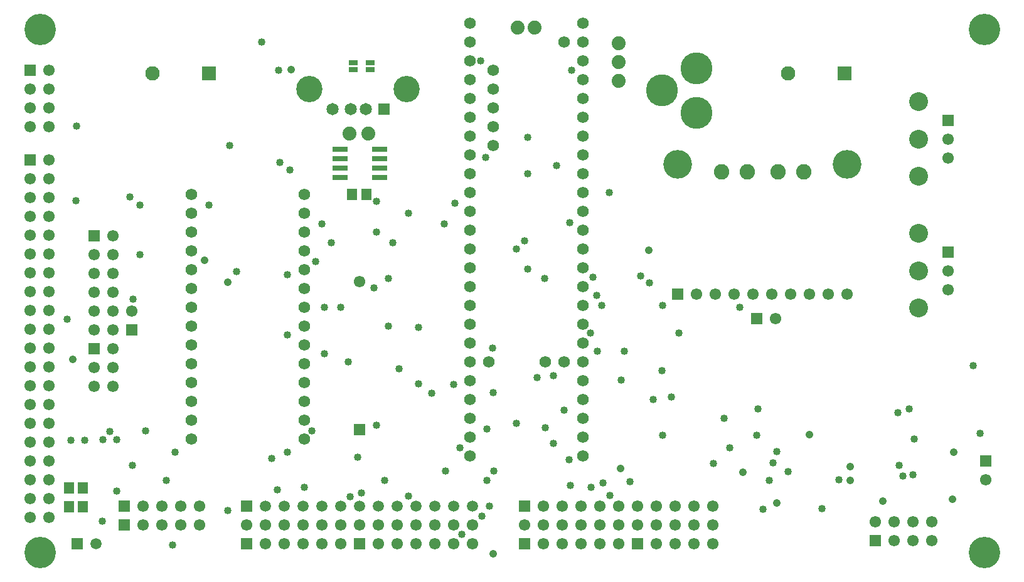
<source format=gbs>
G04 DipTrace 3.3.1.3*
G04 T4RA8875TouchShieldcastellatedV02.gbs*
%MOIN*%
G04 #@! TF.FileFunction,Soldermask,Bot*
G04 #@! TF.Part,Single*
%ADD26R,0.059055X0.059055*%
%ADD27C,0.059055*%
%ADD28C,0.17*%
%ADD32C,0.074*%
%ADD35C,0.1*%
%ADD41R,0.05X0.025*%
%ADD44C,0.06194*%
%ADD48C,0.074*%
%ADD56C,0.04*%
%ADD69C,0.167*%
%ADD71C,0.042*%
%ADD73C,0.139795*%
%ADD75C,0.064992*%
%ADD77R,0.064992X0.064992*%
%ADD81C,0.082*%
%ADD83C,0.152*%
%ADD87R,0.08074X0.025622*%
%ADD93C,0.076803*%
%ADD95R,0.076803X0.076803*%
%ADD117C,0.061055*%
%ADD119R,0.061055X0.061055*%
%ADD121R,0.053181X0.061055*%
%FSLAX26Y26*%
G04*
G70*
G90*
G75*
G01*
G04 BotMask*
%LPD*%
D71*
X2928700Y500700D3*
X5368700Y790700D3*
X1853700Y3075700D3*
X3753700Y2115700D3*
X4823700Y965700D3*
Y890700D3*
X4998700Y780700D3*
X4433700Y770700D3*
X4608700Y1135700D3*
X3603700Y955700D3*
X4253700Y935700D3*
X693700Y1535700D3*
X1518700Y1945700D3*
X1393700Y2060700D3*
X5373700Y1040700D3*
D69*
X521062Y508062D3*
X521932Y3287590D3*
X5536810Y508062D3*
Y3287590D3*
D56*
X4359881Y736960D3*
X4673700Y740700D3*
X3828700Y1130700D3*
X3824326Y1475700D3*
X3873700Y1335700D3*
X853700Y1108653D3*
X928503D3*
X683700Y1103653D3*
X758503D3*
X5513700Y1140700D3*
X5478700Y1500700D3*
X2350728Y891728D3*
X4433070Y1042613D3*
X4238700Y1810700D3*
X2888176Y2606172D3*
X3346200Y3070700D3*
X1192228Y891728D3*
X2908700Y755700D3*
X2896228Y891728D3*
X2308700Y2210700D3*
X2293700Y1915700D3*
X928700Y835700D3*
X2477669Y2310700D3*
X2476606Y807728D3*
X3653700Y885700D3*
X1983700Y2055700D3*
X2395669Y2153672D3*
X2066700D3*
X2118700Y1810700D3*
X1223082Y548200D3*
X2760794Y605444D3*
X2868700Y700700D3*
X1696653Y3220700D3*
X1786704Y3071291D3*
X2862672Y3120700D3*
X2599881Y1353676D3*
X2718700Y1399672D3*
X2725735Y2363672D3*
X1418294Y2355672D3*
X1050228D3*
Y2090700D3*
X1517409Y731228D3*
X1082231Y1153672D3*
X1965401D3*
X3246672Y1447672D3*
X1923700Y855700D3*
X4098700Y980700D3*
X3246672Y1087672D3*
X3050172Y1195672D3*
Y2120700D3*
X3160728Y1436200D3*
X2018700Y2255700D3*
X3333700Y2260700D3*
X3710700Y1977731D3*
X3458700Y1970700D3*
X1848700Y2540700D3*
X3265704Y2563672D3*
X3544535Y2420700D3*
X3548700Y810700D3*
X4763700Y895700D3*
X3109672Y2520700D3*
Y2715672D3*
X1528700Y2670700D3*
X998224Y2396645D3*
X1013700Y1855700D3*
X3758700Y1940228D3*
X4495987Y936113D3*
X2371704Y1965672D3*
Y1710700D3*
X3201700Y1965672D3*
X2030672Y1810700D3*
Y1563672D3*
X3625700Y1577700D3*
X3480535D3*
X3478700Y1875700D3*
X3112728Y2015672D3*
X3093672Y2163672D3*
X1834700Y1663672D3*
Y1039735D3*
X891102Y1150464D3*
X1236700Y1039731D3*
X2750700Y1063672D3*
X2159381Y1520700D3*
X2168700Y805700D3*
X4415070Y985728D3*
X3330676Y1000700D3*
X3337228Y863172D3*
X4185228Y1063672D3*
X4153228Y1220700D3*
X3778700Y1320700D3*
X3608700Y1425700D3*
X3446672Y853228D3*
X4393700Y890700D3*
X3512535Y877228D3*
X1782700Y839228D3*
X2228700Y825700D3*
X1793700Y2580700D3*
X1834700Y1985672D3*
X1563700Y2000700D3*
X2208700Y1015700D3*
X1750700Y1007735D3*
X2427200Y1485672D3*
X2530291Y1405672D3*
Y1703676D3*
X4333700Y1270700D3*
X4328228Y1130503D3*
X3303700Y1263672D3*
X3203700Y1169700D3*
X663231Y1748228D3*
X713094Y2775271D3*
X850700Y673708D3*
X1010228Y970322D3*
X711901Y2377700D3*
X3913070Y1675204D3*
X3445401D3*
X3826700Y1820700D3*
X3503700D3*
X2308228Y1185700D3*
X2894228Y1163672D3*
X2666676Y2254700D3*
X2676204Y941728D3*
X2930672D3*
X2928228Y1358172D3*
X2923700Y1595700D3*
X2309098Y2373672D3*
X5079291Y1250700D3*
X5083700Y970700D3*
X5138700Y1270700D3*
X5103700Y915700D3*
X5158700Y920700D3*
X5163700Y1110700D3*
D121*
X2178700Y2410700D3*
X2253503D3*
D119*
X5543700Y995700D3*
D117*
Y895700D3*
D28*
X4008700Y2845700D3*
Y3081920D3*
X3823661Y2963810D3*
D119*
X4958700Y570700D3*
D117*
Y670700D3*
X5058700Y570700D3*
Y670700D3*
X5158700Y570700D3*
Y670700D3*
X5258700Y570700D3*
Y670700D3*
D26*
X1618700Y755700D3*
D27*
X1718700D3*
X1818700D3*
X1918700D3*
X2018700D3*
X2118700D3*
X2218700D3*
X2318700D3*
X2418700D3*
X2518700D3*
X2618700D3*
X2718700D3*
X2818700D3*
D119*
X3093700D3*
D117*
X3193700D3*
X3293700D3*
X3393700D3*
X3493700D3*
X3593700D3*
X3693700D3*
X3793700D3*
X3893700D3*
X3993700D3*
X4093700D3*
D119*
X4328700Y1750700D3*
D117*
X4428700D3*
D119*
X968700Y755700D3*
D117*
X1068700D3*
X1168700D3*
X1268700D3*
X1368700D3*
D119*
X968700Y655700D3*
D117*
X1068700D3*
X1168700D3*
X1268700D3*
X1368700D3*
D119*
X2218700Y1160700D3*
D117*
Y1948102D3*
D119*
X808700Y1590700D3*
D117*
X908700D3*
X808700Y1490700D3*
X908700D3*
X808700Y1390700D3*
X908700D3*
D119*
X808700Y2190700D3*
D117*
X908700D3*
X808700Y2090700D3*
X908700D3*
X808700Y1990700D3*
X908700D3*
X808700Y1890700D3*
X908700D3*
X808700Y1790700D3*
X908700D3*
X808700Y1690700D3*
X908700D3*
D119*
X468700Y2595850D3*
D117*
X568700D3*
X468700Y2495850D3*
X568700D3*
X468700Y2395850D3*
X568700D3*
X468700Y2295850D3*
X568700D3*
X468700Y2195850D3*
X568700D3*
X468700Y2095850D3*
X568700D3*
X468700Y1995850D3*
X568700D3*
X468700Y1895850D3*
X568700D3*
X468700Y1795850D3*
X568700D3*
X468700Y1695850D3*
X568700D3*
X468700Y1595850D3*
X568700D3*
X468700Y1495850D3*
X568700D3*
X468700Y1395850D3*
X568700D3*
X468700Y1295850D3*
X568700D3*
X468700Y1195850D3*
X568700D3*
X468700Y1095850D3*
X568700D3*
X468700Y995850D3*
X568700D3*
X468700Y895850D3*
X568700D3*
X468700Y795850D3*
X568700D3*
X468700Y695850D3*
X568700D3*
D119*
X468700Y3071399D3*
D117*
X568700D3*
X468700Y2971399D3*
X568700D3*
X468700Y2871399D3*
X568700D3*
X468700Y2771399D3*
X568700D3*
D119*
X1008700Y1690700D3*
D117*
Y1790700D3*
D32*
X2163700Y2735700D3*
X2263700D3*
D35*
X5188385Y1808850D3*
Y2005700D3*
Y2202550D3*
Y2508850D3*
Y2705700D3*
Y2902550D3*
D119*
X3093700Y555700D3*
D117*
Y655700D3*
X3193700Y555700D3*
Y655700D3*
X3293700Y555700D3*
Y655700D3*
X3393700Y555700D3*
Y655700D3*
X3493700Y555700D3*
Y655700D3*
X3593700Y555700D3*
Y655700D3*
D119*
X3693700Y555700D3*
D117*
Y655700D3*
X3793700Y555700D3*
Y655700D3*
X3893700Y555700D3*
Y655700D3*
X3993700Y555700D3*
Y655700D3*
X4093700Y555700D3*
Y655700D3*
D119*
X1618700Y555700D3*
D117*
Y655700D3*
X1718700Y555700D3*
Y655700D3*
X1818700Y555700D3*
Y655700D3*
X1918700Y555700D3*
Y655700D3*
X2018700Y555700D3*
Y655700D3*
X2118700Y555700D3*
Y655700D3*
D119*
X2218700Y555700D3*
D117*
Y655700D3*
X2318700Y555700D3*
Y655700D3*
X2418700Y555700D3*
Y655700D3*
X2518700Y555700D3*
Y655700D3*
X2618700Y555700D3*
Y655700D3*
X2718700Y555700D3*
Y655700D3*
X2818700Y555700D3*
Y655700D3*
D32*
X3593700Y3215700D3*
Y3115700D3*
Y3015700D3*
D121*
X748700Y850700D3*
X673897D3*
X748700Y750700D3*
X673897D3*
D119*
X5343700Y2105716D3*
D117*
Y2005716D3*
Y1905716D3*
D119*
Y2805716D3*
D117*
Y2705716D3*
Y2605716D3*
D41*
X2183700Y3075700D3*
Y3111133D3*
X2273700Y3075700D3*
Y3111133D3*
D95*
X1418306Y3055700D3*
D93*
X1119094D3*
D95*
X4793306D3*
D93*
X4494094D3*
D44*
X1323700Y2410700D3*
Y2310700D3*
Y2210700D3*
Y2110700D3*
Y2010700D3*
Y1910700D3*
Y1810700D3*
Y1710700D3*
Y1610700D3*
Y1510700D3*
Y1410700D3*
Y1310700D3*
Y1210700D3*
Y1110700D3*
X1923700D3*
Y1210700D3*
Y1310700D3*
Y1410700D3*
Y1510700D3*
Y1610700D3*
Y1710700D3*
Y1810700D3*
Y1910700D3*
Y2010700D3*
Y2110700D3*
Y2210700D3*
Y2310700D3*
Y2410700D3*
X2803700Y3320700D3*
Y3220700D3*
Y3120700D3*
Y3020700D3*
Y2920700D3*
Y2820700D3*
Y2720700D3*
Y2620700D3*
Y2520700D3*
Y2420700D3*
Y2320700D3*
Y2220700D3*
Y2120700D3*
Y2020700D3*
X2903700Y1520700D3*
X3303700Y3220700D3*
D48*
X3148700Y3298700D3*
X3058700D3*
D44*
X3403700Y1720700D3*
Y2020700D3*
Y2120700D3*
Y2220700D3*
Y2320700D3*
Y2420700D3*
Y2520700D3*
Y2620700D3*
Y2720700D3*
Y2820700D3*
Y2920700D3*
Y3020700D3*
Y3120700D3*
Y3220700D3*
Y3320700D3*
X3303700Y1520700D3*
X2928700Y3070700D3*
Y2970700D3*
Y2870700D3*
X2803700Y1420700D3*
Y1320700D3*
Y1520700D3*
Y1620700D3*
Y1720700D3*
Y1820700D3*
Y1220700D3*
Y1120700D3*
Y1020700D3*
X3403700D3*
X2803700Y1920700D3*
X3403700Y1120700D3*
Y1920700D3*
Y1220700D3*
Y1420700D3*
Y1520700D3*
Y1620700D3*
Y1320700D3*
Y1820700D3*
X3203700Y1520700D3*
X2928700Y2770700D3*
Y2670700D3*
D117*
X4008700Y1880700D3*
X4108700D3*
X4208700D3*
D119*
X3908700D3*
D117*
X4708700D3*
X4608700D3*
X4508700D3*
X4808700D3*
X4308700D3*
X4408700D3*
D83*
X3908700Y2570700D3*
X4808700D3*
D81*
X4139700Y2530700D3*
X4577700D3*
X4277700D3*
X4439700D3*
D87*
X2113700Y2500700D3*
Y2550700D3*
Y2600700D3*
Y2650700D3*
X2326298D3*
Y2600700D3*
Y2550700D3*
Y2500700D3*
D77*
X2348700Y2865700D3*
D75*
X2250275D3*
X2171535D3*
X2073109D3*
D73*
X2469566Y2972393D3*
X1952243D3*
D26*
X718700Y555700D3*
D27*
X818700D3*
M02*

</source>
